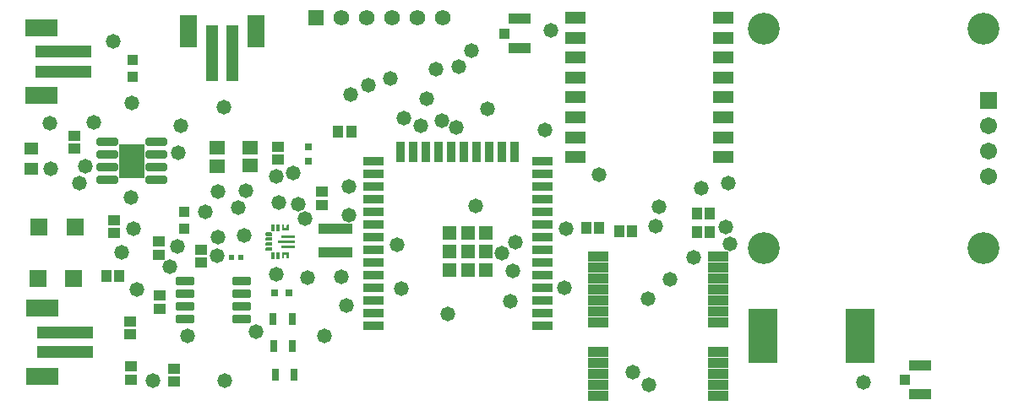
<source format=gbr>
%TF.GenerationSoftware,Altium Limited,Altium Designer,25.5.2 (35)*%
G04 Layer_Color=8388736*
%FSLAX45Y45*%
%MOMM*%
%TF.SameCoordinates,7619EFF6-2C7F-40E5-9203-650E7B3F98D6*%
%TF.FilePolarity,Negative*%
%TF.FileFunction,Soldermask,Top*%
%TF.Part,Single*%
G01*
G75*
%TA.AperFunction,BGAPad,CuDef*%
%ADD11R,1.33000X1.33000*%
%TA.AperFunction,SMDPad,CuDef*%
%ADD12R,0.90000X2.00000*%
%ADD13R,2.00000X0.90000*%
%ADD17R,2.20000X1.05000*%
%ADD18R,0.70000X0.70000*%
%ADD21R,1.55620X1.45464*%
%ADD28R,0.70000X0.70000*%
%ADD29R,0.70000X1.30000*%
%ADD31R,0.61535X0.57247*%
%ADD36R,3.40000X0.98000*%
%ADD38R,1.05000X1.00000*%
%ADD40R,2.90000X5.40000*%
G04:AMPARAMS|DCode=57|XSize=0.8532mm|YSize=1.8532mm|CornerRadius=0.15035mm|HoleSize=0mm|Usage=FLASHONLY|Rotation=90.000|XOffset=0mm|YOffset=0mm|HoleType=Round|Shape=RoundedRectangle|*
%AMROUNDEDRECTD57*
21,1,0.85320,1.55250,0,0,90.0*
21,1,0.55250,1.85320,0,0,90.0*
1,1,0.30070,0.77625,0.27625*
1,1,0.30070,0.77625,-0.27625*
1,1,0.30070,-0.77625,-0.27625*
1,1,0.30070,-0.77625,0.27625*
%
%ADD57ROUNDEDRECTD57*%
%ADD58R,1.20320X1.10320*%
%ADD59R,2.15320X1.25320*%
%TA.AperFunction,ConnectorPad*%
%ADD60R,2.00320X1.00320*%
%ADD61R,1.20320X5.70320*%
%TA.AperFunction,SMDPad,CuDef*%
G04:AMPARAMS|DCode=62|XSize=2.1732mm|YSize=0.8032mm|CornerRadius=0.1766mm|HoleSize=0mm|Usage=FLASHONLY|Rotation=0.000|XOffset=0mm|YOffset=0mm|HoleType=Round|Shape=RoundedRectangle|*
%AMROUNDEDRECTD62*
21,1,2.17320,0.45000,0,0,0.0*
21,1,1.82000,0.80320,0,0,0.0*
1,1,0.35320,0.91000,-0.22500*
1,1,0.35320,-0.91000,-0.22500*
1,1,0.35320,-0.91000,0.22500*
1,1,0.35320,0.91000,0.22500*
%
%ADD62ROUNDEDRECTD62*%
%ADD63R,5.70320X1.20320*%
%ADD64R,1.15320X1.05320*%
%ADD65R,1.40320X1.20320*%
%ADD66R,1.10320X1.20320*%
%ADD67R,1.05320X1.15320*%
%ADD68R,1.00320X1.10320*%
%ADD69R,3.20320X1.80320*%
%TA.AperFunction,ConnectorPad*%
%ADD70R,1.80320X3.20320*%
%TA.AperFunction,SMDPad,CuDef*%
%ADD71R,1.70320X1.80320*%
%ADD72R,2.61620X3.50520*%
%TA.AperFunction,ComponentPad*%
%ADD73R,1.71120X1.71120*%
%ADD74C,1.71120*%
%ADD75C,3.20320*%
%ADD76C,1.57320*%
%ADD77R,1.57320X1.57320*%
%TA.AperFunction,ViaPad*%
%ADD78C,1.47320*%
G36*
X2779818Y1833742D02*
X2794818Y1833741D01*
X2795812D01*
X2797650Y1832980D01*
X2799056Y1831574D01*
X2799817Y1829736D01*
Y1828742D01*
X2799818D01*
X2799817Y1778741D01*
Y1777747D01*
X2799056Y1775909D01*
X2797650Y1774503D01*
X2795812Y1773742D01*
X2794818D01*
X2794818Y1773741D01*
X2729818Y1773742D01*
X2728823Y1773741D01*
X2726985Y1774503D01*
X2725579Y1775909D01*
X2724818Y1777747D01*
X2724818Y1778741D01*
Y1778742D01*
X2724818Y1828742D01*
X2724817Y1829736D01*
X2725578Y1831574D01*
X2726985Y1832981D01*
X2728823Y1833742D01*
X2729818Y1833742D01*
X2744818Y1833741D01*
X2745812D01*
X2747650Y1832980D01*
X2749056Y1831574D01*
X2749817Y1829736D01*
Y1828742D01*
X2749818D01*
Y1798742D01*
X2774818D01*
Y1828742D01*
X2774818Y1829736D01*
X2775579Y1831574D01*
X2776986Y1832981D01*
X2778823Y1833742D01*
X2779818Y1833742D01*
D02*
G37*
G36*
X2700483Y1837219D02*
X2703296Y1834406D01*
X2704818Y1830731D01*
Y1828742D01*
Y1778742D01*
Y1776752D01*
X2703296Y1773077D01*
X2700483Y1770264D01*
X2696807Y1768742D01*
X2677829D01*
X2674153Y1770264D01*
X2671340Y1773077D01*
X2669818Y1776752D01*
Y1778742D01*
Y1828742D01*
Y1830731D01*
X2671340Y1834406D01*
X2674153Y1837219D01*
X2677829Y1838742D01*
X2696807D01*
X2700483Y1837219D01*
D02*
G37*
G36*
X2650482D02*
X2653295Y1834406D01*
X2654818Y1830731D01*
Y1828742D01*
X2654818D01*
X2654818Y1778742D01*
Y1776752D01*
X2653295Y1773077D01*
X2650482Y1770264D01*
X2646807Y1768742D01*
X2627829D01*
X2624153Y1770264D01*
X2621340Y1773077D01*
X2619818Y1776752D01*
Y1778742D01*
Y1828742D01*
Y1830731D01*
X2621340Y1834406D01*
X2624153Y1837219D01*
X2627829Y1838742D01*
X2646807D01*
X2650482Y1837219D01*
D02*
G37*
G36*
X2625482Y1754719D02*
X2628295Y1751906D01*
X2629818Y1748231D01*
Y1746242D01*
Y1731242D01*
Y1729252D01*
X2628295Y1725577D01*
X2625482Y1722764D01*
X2621807Y1721242D01*
X2567829D01*
X2564153Y1722764D01*
X2561340Y1725577D01*
X2559818Y1729252D01*
Y1731242D01*
Y1746242D01*
Y1748231D01*
X2561340Y1751906D01*
X2564153Y1754719D01*
X2567829Y1756242D01*
X2621807D01*
X2625482Y1754719D01*
D02*
G37*
G36*
X2852650Y1725480D02*
X2854057Y1724074D01*
X2854818Y1722236D01*
Y1721242D01*
Y1706242D01*
Y1705247D01*
X2854057Y1703409D01*
X2852650Y1702003D01*
X2850812Y1701242D01*
X2723823D01*
X2721986Y1702003D01*
X2720579Y1703409D01*
X2719818Y1705247D01*
Y1706242D01*
Y1721242D01*
Y1722236D01*
X2720579Y1724074D01*
X2721986Y1725480D01*
X2723823Y1726242D01*
X2850812D01*
X2852650Y1725480D01*
D02*
G37*
G36*
X2625482Y1704719D02*
X2628295Y1701906D01*
X2629818Y1698231D01*
Y1696242D01*
Y1681242D01*
Y1679252D01*
X2628295Y1675577D01*
X2625482Y1672764D01*
X2621807Y1671242D01*
X2567829D01*
X2564153Y1672764D01*
X2561340Y1675577D01*
X2559818Y1679252D01*
Y1681242D01*
Y1696242D01*
Y1698231D01*
X2561340Y1701906D01*
X2564153Y1704719D01*
X2567829Y1706242D01*
X2621807D01*
X2625482Y1704719D01*
D02*
G37*
G36*
X2852650Y1675480D02*
X2854057Y1674074D01*
X2854818Y1672236D01*
Y1671242D01*
X2854818D01*
Y1656242D01*
Y1655247D01*
X2854057Y1653409D01*
X2852650Y1652003D01*
X2850812Y1651242D01*
X2688823D01*
X2686986Y1652003D01*
X2685579Y1653409D01*
X2684818Y1655247D01*
Y1656242D01*
Y1671242D01*
Y1672236D01*
X2685579Y1674074D01*
X2686986Y1675480D01*
X2688823Y1676242D01*
X2850812D01*
X2852650Y1675480D01*
D02*
G37*
G36*
X2625482Y1654719D02*
X2628295Y1651906D01*
X2629818Y1648231D01*
Y1646242D01*
Y1631242D01*
Y1629252D01*
X2628295Y1625577D01*
X2625482Y1622764D01*
X2621807Y1621242D01*
X2567829D01*
X2564153Y1622764D01*
X2561340Y1625577D01*
X2559818Y1629252D01*
Y1631242D01*
Y1646242D01*
Y1648231D01*
X2561340Y1651906D01*
X2564153Y1654719D01*
X2567829Y1656242D01*
X2621807D01*
X2625482Y1654719D01*
D02*
G37*
G36*
X2852650Y1625480D02*
X2854057Y1624074D01*
X2854818Y1622236D01*
Y1621242D01*
Y1606242D01*
Y1605247D01*
X2854057Y1603409D01*
X2852650Y1602003D01*
X2850812Y1601242D01*
X2723823D01*
X2721986Y1602003D01*
X2720579Y1603409D01*
X2719818Y1605247D01*
Y1606242D01*
Y1621242D01*
Y1622236D01*
X2720579Y1624074D01*
X2721986Y1625480D01*
X2723823Y1626242D01*
X2850812D01*
X2852650Y1625480D01*
D02*
G37*
G36*
X2625482Y1604719D02*
X2628295Y1601906D01*
X2629818Y1598231D01*
Y1596242D01*
Y1581242D01*
Y1579252D01*
X2628295Y1575577D01*
X2625482Y1572764D01*
X2621807Y1571242D01*
X2567829D01*
X2564153Y1572764D01*
X2561340Y1575577D01*
X2559818Y1579252D01*
Y1581242D01*
Y1596242D01*
Y1598231D01*
X2561340Y1601906D01*
X2564153Y1604719D01*
X2567829Y1606242D01*
X2621807D01*
X2625482Y1604719D01*
D02*
G37*
G36*
X2797650Y1552981D02*
X2799057Y1551574D01*
X2799818Y1549736D01*
X2799818Y1548742D01*
X2799818Y1498742D01*
X2799818Y1498741D01*
X2799818Y1497747D01*
X2799057Y1495909D01*
X2797650Y1494503D01*
X2795812Y1493741D01*
X2794818Y1493742D01*
X2779818D01*
Y1493741D01*
X2778823Y1493741D01*
X2776986Y1494502D01*
X2775579Y1495909D01*
X2774818Y1497747D01*
X2774818Y1498741D01*
Y1528742D01*
X2749818D01*
X2749817Y1498742D01*
X2749817Y1498741D01*
Y1497747D01*
X2749056Y1495910D01*
X2747650Y1494503D01*
X2745812Y1493742D01*
X2729818D01*
X2729818Y1493741D01*
X2728823Y1493741D01*
X2726985Y1494502D01*
X2725578Y1495909D01*
X2724817Y1497747D01*
X2724818Y1498741D01*
X2724818Y1548742D01*
X2724818Y1549736D01*
X2725578Y1551574D01*
X2726985Y1552981D01*
X2728823Y1553742D01*
X2729818Y1553741D01*
X2794818Y1553742D01*
Y1553742D01*
X2795812Y1553742D01*
X2797650Y1552981D01*
D02*
G37*
G36*
X2700483Y1557219D02*
X2703296Y1554406D01*
X2704818Y1550731D01*
Y1548742D01*
Y1498742D01*
Y1496752D01*
X2703296Y1493077D01*
X2700483Y1490264D01*
X2696807Y1488742D01*
X2677829D01*
X2674153Y1490264D01*
X2671340Y1493077D01*
X2669818Y1496752D01*
Y1498742D01*
Y1548742D01*
Y1550731D01*
X2671340Y1554406D01*
X2674153Y1557219D01*
X2677829Y1558742D01*
X2696807D01*
X2700483Y1557219D01*
D02*
G37*
G36*
X2650482D02*
X2653295Y1554406D01*
X2654818Y1550731D01*
Y1548742D01*
X2654818D01*
X2654818Y1498742D01*
Y1496752D01*
X2653295Y1493077D01*
X2650482Y1490264D01*
X2646807Y1488742D01*
X2627829D01*
X2624153Y1490264D01*
X2621340Y1493077D01*
X2619818Y1496752D01*
Y1498742D01*
Y1548742D01*
Y1550731D01*
X2621340Y1554406D01*
X2624153Y1557219D01*
X2627829Y1558742D01*
X2646807D01*
X2650482Y1557219D01*
D02*
G37*
D11*
X4405689Y1749390D02*
D03*
X4589189D02*
D03*
X4772689D02*
D03*
X4405689Y1565890D02*
D03*
X4589189D02*
D03*
X4772689D02*
D03*
X4405689Y1382390D02*
D03*
X4589189D02*
D03*
X4772689D02*
D03*
D12*
X3917689Y2566890D02*
D03*
X4044689D02*
D03*
X4171689D02*
D03*
X4298689D02*
D03*
X4425689D02*
D03*
X4552689D02*
D03*
X4679689D02*
D03*
X4806689D02*
D03*
X4933689D02*
D03*
X5060689D02*
D03*
D13*
X3639189Y815890D02*
D03*
Y942890D02*
D03*
Y1069890D02*
D03*
Y1196890D02*
D03*
Y1323890D02*
D03*
Y1450890D02*
D03*
Y1577890D02*
D03*
Y1704890D02*
D03*
Y1831890D02*
D03*
Y1958890D02*
D03*
Y2085890D02*
D03*
Y2212890D02*
D03*
Y2339890D02*
D03*
Y2466890D02*
D03*
X5339189D02*
D03*
Y2339890D02*
D03*
Y2212890D02*
D03*
Y2085890D02*
D03*
Y1958890D02*
D03*
Y1831890D02*
D03*
Y1704890D02*
D03*
Y1577890D02*
D03*
Y1450890D02*
D03*
Y1323890D02*
D03*
Y1196890D02*
D03*
Y1069890D02*
D03*
Y942890D02*
D03*
Y815890D02*
D03*
D17*
X5111024Y3900447D02*
D03*
Y3605447D02*
D03*
X9123603Y425857D02*
D03*
Y130856D02*
D03*
D18*
X2994840Y2474613D02*
D03*
Y2614614D02*
D03*
D21*
X2406788Y2425011D02*
D03*
X2074922Y2419639D02*
D03*
X2406788Y2610168D02*
D03*
X2074922Y2604795D02*
D03*
D28*
X2794588Y1152530D02*
D03*
X2654588D02*
D03*
D29*
X2833294Y618362D02*
D03*
X2849108Y332770D02*
D03*
X2828465Y886350D02*
D03*
X2638465D02*
D03*
X2643293Y618362D02*
D03*
X2659107Y332770D02*
D03*
D31*
X2310572Y1509684D02*
D03*
X2224859D02*
D03*
D36*
X3264609Y1553953D02*
D03*
Y1790952D02*
D03*
D38*
X4958524Y3752947D02*
D03*
X8971103Y278357D02*
D03*
D40*
X7547640Y719383D02*
D03*
X8517640D02*
D03*
D57*
X1756970Y1267142D02*
D03*
Y886142D02*
D03*
X2321970Y1267142D02*
D03*
Y886142D02*
D03*
Y1013142D02*
D03*
Y1140142D02*
D03*
X1756970Y1013142D02*
D03*
Y1140142D02*
D03*
D58*
X1499752Y1122657D02*
D03*
Y987657D02*
D03*
D59*
X5665394Y3510792D02*
D03*
Y2910792D02*
D03*
Y3910792D02*
D03*
X7145394Y2710792D02*
D03*
X5665394Y2510792D02*
D03*
X7145394Y3510792D02*
D03*
X5665394Y3110792D02*
D03*
Y3310792D02*
D03*
X7145394D02*
D03*
X5665394Y3710792D02*
D03*
Y2710792D02*
D03*
X7145394Y2510792D02*
D03*
Y2910792D02*
D03*
Y3110792D02*
D03*
Y3710792D02*
D03*
Y3910792D02*
D03*
D60*
X7097966Y1512997D02*
D03*
X5897966Y332997D02*
D03*
X7097966Y112997D02*
D03*
X5897966D02*
D03*
X7097966Y1182997D02*
D03*
Y1402997D02*
D03*
Y1072997D02*
D03*
X5897966Y1512997D02*
D03*
Y1402997D02*
D03*
Y1292997D02*
D03*
Y1182997D02*
D03*
Y1072997D02*
D03*
Y962997D02*
D03*
Y852997D02*
D03*
Y552997D02*
D03*
Y442997D02*
D03*
Y222997D02*
D03*
X7097966D02*
D03*
Y332997D02*
D03*
Y442997D02*
D03*
Y552997D02*
D03*
Y852997D02*
D03*
Y962997D02*
D03*
Y1292997D02*
D03*
D61*
X2228636Y3550217D02*
D03*
X2028636D02*
D03*
D62*
X974291Y2662984D02*
D03*
Y2408984D02*
D03*
X1469291Y2662984D02*
D03*
X974291Y2535984D02*
D03*
Y2281984D02*
D03*
X1469291D02*
D03*
Y2408984D02*
D03*
Y2535984D02*
D03*
D63*
X539391Y3570828D02*
D03*
X549235Y555251D02*
D03*
X539391Y3370827D02*
D03*
X549235Y755251D02*
D03*
D64*
X647916Y2724064D02*
D03*
X1492927Y1534928D02*
D03*
X1642133Y256745D02*
D03*
X3127578Y2163065D02*
D03*
Y2033065D02*
D03*
X1913044Y1451954D02*
D03*
X1209810Y279119D02*
D03*
X1913044Y1581954D02*
D03*
X1042355Y1878420D02*
D03*
Y1748420D02*
D03*
X1209810Y409119D02*
D03*
X1492927Y1664928D02*
D03*
X1208518Y863429D02*
D03*
Y733429D02*
D03*
X1642133Y386745D02*
D03*
X647916Y2594064D02*
D03*
X2688248Y2487068D02*
D03*
Y2617068D02*
D03*
D65*
X215389Y2598157D02*
D03*
Y2398157D02*
D03*
D66*
X3419581Y2767191D02*
D03*
X3284581D02*
D03*
X5772816Y1801701D02*
D03*
X5907816D02*
D03*
D67*
X6885615Y1943695D02*
D03*
X6886061Y1761384D02*
D03*
X6104903Y1769787D02*
D03*
X6234903D02*
D03*
X965653Y1315627D02*
D03*
X1095653D02*
D03*
X7016061Y1761384D02*
D03*
X7015615Y1943695D02*
D03*
D68*
X1745824Y1965242D02*
D03*
X1232807Y3319007D02*
D03*
Y3489008D02*
D03*
X1745824Y1795242D02*
D03*
D69*
X314391Y3810828D02*
D03*
Y3130827D02*
D03*
X324235Y995252D02*
D03*
Y315251D02*
D03*
D70*
X2468636Y3775217D02*
D03*
X1788635D02*
D03*
D71*
X280925Y1290952D02*
D03*
X640925D02*
D03*
X290129Y1811151D02*
D03*
X650129D02*
D03*
D72*
X1221791Y2472484D02*
D03*
D73*
X9808536Y3082833D02*
D03*
D74*
Y2828833D02*
D03*
Y2574833D02*
D03*
Y2320833D02*
D03*
D75*
X9758536Y3801833D02*
D03*
Y1601833D02*
D03*
X7558536D02*
D03*
Y3801833D02*
D03*
D76*
X4338956Y3913960D02*
D03*
X3322956D02*
D03*
X4084956D02*
D03*
X3576956D02*
D03*
X3830956D02*
D03*
D77*
X3068956D02*
D03*
D78*
X6396576Y1091081D02*
D03*
X4928089Y1547693D02*
D03*
X5559900Y1196558D02*
D03*
X1273267Y1181052D02*
D03*
X4332935Y2880139D02*
D03*
X3920453Y1196313D02*
D03*
X5418897Y3786574D02*
D03*
X5362318Y2782299D02*
D03*
X7197481Y2252194D02*
D03*
X5907892Y2338311D02*
D03*
X3589806Y3232383D02*
D03*
X6849638Y1507136D02*
D03*
X6239972Y352726D02*
D03*
X5036904Y1373108D02*
D03*
X1036559Y3676043D02*
D03*
X2141249Y3011274D02*
D03*
X836552Y2856050D02*
D03*
X403610Y2851433D02*
D03*
X757621Y2419534D02*
D03*
X2348679Y1726358D02*
D03*
X2670403Y1333028D02*
D03*
X2082887Y2162825D02*
D03*
X1603993Y1409883D02*
D03*
X1783955Y718939D02*
D03*
X3396498Y2219074D02*
D03*
X3397328Y1931474D02*
D03*
X6613174Y1287190D02*
D03*
X5067720Y1655992D02*
D03*
X3368085Y1020787D02*
D03*
X3414850Y3139203D02*
D03*
X4173672Y3094445D02*
D03*
X4497382Y3422747D02*
D03*
X4784359Y2995725D02*
D03*
X4670884Y2024678D02*
D03*
X4473087Y2806591D02*
D03*
X4391679Y940831D02*
D03*
X3156057Y717236D02*
D03*
X2954171Y1895100D02*
D03*
X1958391Y1965036D02*
D03*
X2982078Y1300882D02*
D03*
X1677835Y1613840D02*
D03*
X2469151Y756769D02*
D03*
X1429689Y272716D02*
D03*
X2155502Y270581D02*
D03*
X3878407Y1634740D02*
D03*
X4117506Y2822713D02*
D03*
X5570239Y1795477D02*
D03*
X5016401Y1067210D02*
D03*
X3946144Y2903573D02*
D03*
X3325084Y1309266D02*
D03*
X6929855Y2199194D02*
D03*
X4628749Y3577316D02*
D03*
X8550893Y254465D02*
D03*
X6402425Y223733D02*
D03*
X7176667Y1807865D02*
D03*
X6469156Y1821228D02*
D03*
X6502798Y2016353D02*
D03*
X2362733Y2170151D02*
D03*
X2285079Y2006053D02*
D03*
X2081422Y1707160D02*
D03*
X2694353Y2053589D02*
D03*
X4271283Y3396134D02*
D03*
X7217537Y1637140D02*
D03*
X3816272Y3296261D02*
D03*
X2078696Y1523814D02*
D03*
X2886760Y2040450D02*
D03*
X2668503Y2315453D02*
D03*
X2840198Y2353284D02*
D03*
X1237637Y1792836D02*
D03*
X1709808Y2825640D02*
D03*
X1687121Y2551932D02*
D03*
X1120970Y1554720D02*
D03*
X692855Y2247061D02*
D03*
X411584Y2396445D02*
D03*
X1218850Y3055676D02*
D03*
X1210987Y2108446D02*
D03*
%TF.MD5,3dac126b6316f0322ac086ca35c81e22*%
M02*

</source>
